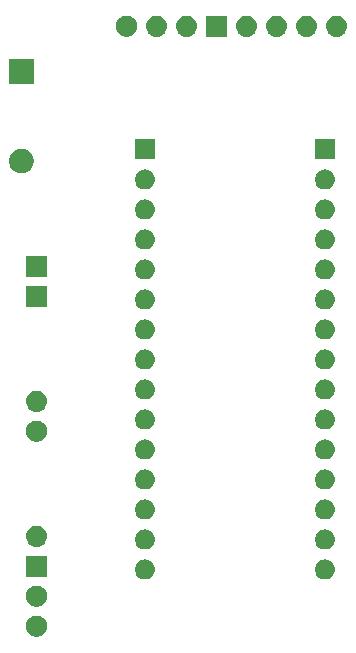
<source format=gbr>
G04 #@! TF.GenerationSoftware,KiCad,Pcbnew,(5.1.4)-1*
G04 #@! TF.CreationDate,2020-10-06T21:16:52-04:00*
G04 #@! TF.ProjectId,LapTimerBoard,4c617054-696d-4657-9242-6f6172642e6b,rev?*
G04 #@! TF.SameCoordinates,Original*
G04 #@! TF.FileFunction,Soldermask,Bot*
G04 #@! TF.FilePolarity,Negative*
%FSLAX46Y46*%
G04 Gerber Fmt 4.6, Leading zero omitted, Abs format (unit mm)*
G04 Created by KiCad (PCBNEW (5.1.4)-1) date 2020-10-06 21:16:52*
%MOMM*%
%LPD*%
G04 APERTURE LIST*
%ADD10C,0.100000*%
G04 APERTURE END LIST*
D10*
G36*
X110603512Y-137533927D02*
G01*
X110752812Y-137563624D01*
X110916784Y-137631544D01*
X111064354Y-137730147D01*
X111189853Y-137855646D01*
X111288456Y-138003216D01*
X111356376Y-138167188D01*
X111391000Y-138341259D01*
X111391000Y-138518741D01*
X111356376Y-138692812D01*
X111288456Y-138856784D01*
X111189853Y-139004354D01*
X111064354Y-139129853D01*
X110916784Y-139228456D01*
X110752812Y-139296376D01*
X110603512Y-139326073D01*
X110578742Y-139331000D01*
X110401258Y-139331000D01*
X110376488Y-139326073D01*
X110227188Y-139296376D01*
X110063216Y-139228456D01*
X109915646Y-139129853D01*
X109790147Y-139004354D01*
X109691544Y-138856784D01*
X109623624Y-138692812D01*
X109589000Y-138518741D01*
X109589000Y-138341259D01*
X109623624Y-138167188D01*
X109691544Y-138003216D01*
X109790147Y-137855646D01*
X109915646Y-137730147D01*
X110063216Y-137631544D01*
X110227188Y-137563624D01*
X110376488Y-137533927D01*
X110401258Y-137529000D01*
X110578742Y-137529000D01*
X110603512Y-137533927D01*
X110603512Y-137533927D01*
G37*
G36*
X110603512Y-134993927D02*
G01*
X110752812Y-135023624D01*
X110916784Y-135091544D01*
X111064354Y-135190147D01*
X111189853Y-135315646D01*
X111288456Y-135463216D01*
X111356376Y-135627188D01*
X111391000Y-135801259D01*
X111391000Y-135978741D01*
X111356376Y-136152812D01*
X111288456Y-136316784D01*
X111189853Y-136464354D01*
X111064354Y-136589853D01*
X110916784Y-136688456D01*
X110752812Y-136756376D01*
X110603512Y-136786073D01*
X110578742Y-136791000D01*
X110401258Y-136791000D01*
X110376488Y-136786073D01*
X110227188Y-136756376D01*
X110063216Y-136688456D01*
X109915646Y-136589853D01*
X109790147Y-136464354D01*
X109691544Y-136316784D01*
X109623624Y-136152812D01*
X109589000Y-135978741D01*
X109589000Y-135801259D01*
X109623624Y-135627188D01*
X109691544Y-135463216D01*
X109790147Y-135315646D01*
X109915646Y-135190147D01*
X110063216Y-135091544D01*
X110227188Y-135023624D01*
X110376488Y-134993927D01*
X110401258Y-134989000D01*
X110578742Y-134989000D01*
X110603512Y-134993927D01*
X110603512Y-134993927D01*
G37*
G36*
X135071824Y-132786314D02*
G01*
X135232243Y-132834977D01*
X135364907Y-132905887D01*
X135380079Y-132913997D01*
X135509660Y-133020342D01*
X135616005Y-133149923D01*
X135616006Y-133149925D01*
X135695025Y-133297759D01*
X135743688Y-133458178D01*
X135760118Y-133625001D01*
X135743688Y-133791824D01*
X135695025Y-133952243D01*
X135624115Y-134084907D01*
X135616005Y-134100079D01*
X135509660Y-134229660D01*
X135380079Y-134336005D01*
X135380077Y-134336006D01*
X135232243Y-134415025D01*
X135071824Y-134463688D01*
X134946805Y-134476001D01*
X134863197Y-134476001D01*
X134738178Y-134463688D01*
X134577759Y-134415025D01*
X134429925Y-134336006D01*
X134429923Y-134336005D01*
X134300342Y-134229660D01*
X134193997Y-134100079D01*
X134185887Y-134084907D01*
X134114977Y-133952243D01*
X134066314Y-133791824D01*
X134049884Y-133625001D01*
X134066314Y-133458178D01*
X134114977Y-133297759D01*
X134193996Y-133149925D01*
X134193997Y-133149923D01*
X134300342Y-133020342D01*
X134429923Y-132913997D01*
X134445095Y-132905887D01*
X134577759Y-132834977D01*
X134738178Y-132786314D01*
X134863197Y-132774001D01*
X134946805Y-132774001D01*
X135071824Y-132786314D01*
X135071824Y-132786314D01*
G37*
G36*
X119831824Y-132786314D02*
G01*
X119992243Y-132834977D01*
X120124907Y-132905887D01*
X120140079Y-132913997D01*
X120269660Y-133020342D01*
X120376005Y-133149923D01*
X120376006Y-133149925D01*
X120455025Y-133297759D01*
X120503688Y-133458178D01*
X120520118Y-133625001D01*
X120503688Y-133791824D01*
X120455025Y-133952243D01*
X120384115Y-134084907D01*
X120376005Y-134100079D01*
X120269660Y-134229660D01*
X120140079Y-134336005D01*
X120140077Y-134336006D01*
X119992243Y-134415025D01*
X119831824Y-134463688D01*
X119706805Y-134476001D01*
X119623197Y-134476001D01*
X119498178Y-134463688D01*
X119337759Y-134415025D01*
X119189925Y-134336006D01*
X119189923Y-134336005D01*
X119060342Y-134229660D01*
X118953997Y-134100079D01*
X118945887Y-134084907D01*
X118874977Y-133952243D01*
X118826314Y-133791824D01*
X118809884Y-133625001D01*
X118826314Y-133458178D01*
X118874977Y-133297759D01*
X118953996Y-133149925D01*
X118953997Y-133149923D01*
X119060342Y-133020342D01*
X119189923Y-132913997D01*
X119205095Y-132905887D01*
X119337759Y-132834977D01*
X119498178Y-132786314D01*
X119623197Y-132774001D01*
X119706805Y-132774001D01*
X119831824Y-132786314D01*
X119831824Y-132786314D01*
G37*
G36*
X111391000Y-134251000D02*
G01*
X109589000Y-134251000D01*
X109589000Y-132449000D01*
X111391000Y-132449000D01*
X111391000Y-134251000D01*
X111391000Y-134251000D01*
G37*
G36*
X135071824Y-130246314D02*
G01*
X135232243Y-130294977D01*
X135364907Y-130365887D01*
X135380079Y-130373997D01*
X135509660Y-130480342D01*
X135616005Y-130609923D01*
X135616006Y-130609925D01*
X135695025Y-130757759D01*
X135743688Y-130918178D01*
X135760118Y-131085001D01*
X135743688Y-131251824D01*
X135695025Y-131412243D01*
X135674744Y-131450186D01*
X135616005Y-131560079D01*
X135509660Y-131689660D01*
X135380079Y-131796005D01*
X135380077Y-131796006D01*
X135232243Y-131875025D01*
X135071824Y-131923688D01*
X134946805Y-131936001D01*
X134863197Y-131936001D01*
X134738178Y-131923688D01*
X134577759Y-131875025D01*
X134429925Y-131796006D01*
X134429923Y-131796005D01*
X134300342Y-131689660D01*
X134193997Y-131560079D01*
X134135258Y-131450186D01*
X134114977Y-131412243D01*
X134066314Y-131251824D01*
X134049884Y-131085001D01*
X134066314Y-130918178D01*
X134114977Y-130757759D01*
X134193996Y-130609925D01*
X134193997Y-130609923D01*
X134300342Y-130480342D01*
X134429923Y-130373997D01*
X134445095Y-130365887D01*
X134577759Y-130294977D01*
X134738178Y-130246314D01*
X134863197Y-130234001D01*
X134946805Y-130234001D01*
X135071824Y-130246314D01*
X135071824Y-130246314D01*
G37*
G36*
X119831824Y-130246314D02*
G01*
X119992243Y-130294977D01*
X120124907Y-130365887D01*
X120140079Y-130373997D01*
X120269660Y-130480342D01*
X120376005Y-130609923D01*
X120376006Y-130609925D01*
X120455025Y-130757759D01*
X120503688Y-130918178D01*
X120520118Y-131085001D01*
X120503688Y-131251824D01*
X120455025Y-131412243D01*
X120434744Y-131450186D01*
X120376005Y-131560079D01*
X120269660Y-131689660D01*
X120140079Y-131796005D01*
X120140077Y-131796006D01*
X119992243Y-131875025D01*
X119831824Y-131923688D01*
X119706805Y-131936001D01*
X119623197Y-131936001D01*
X119498178Y-131923688D01*
X119337759Y-131875025D01*
X119189925Y-131796006D01*
X119189923Y-131796005D01*
X119060342Y-131689660D01*
X118953997Y-131560079D01*
X118895258Y-131450186D01*
X118874977Y-131412243D01*
X118826314Y-131251824D01*
X118809884Y-131085001D01*
X118826314Y-130918178D01*
X118874977Y-130757759D01*
X118953996Y-130609925D01*
X118953997Y-130609923D01*
X119060342Y-130480342D01*
X119189923Y-130373997D01*
X119205095Y-130365887D01*
X119337759Y-130294977D01*
X119498178Y-130246314D01*
X119623197Y-130234001D01*
X119706805Y-130234001D01*
X119831824Y-130246314D01*
X119831824Y-130246314D01*
G37*
G36*
X110600442Y-129915518D02*
G01*
X110666627Y-129922037D01*
X110836466Y-129973557D01*
X110992991Y-130057222D01*
X111028729Y-130086552D01*
X111130186Y-130169814D01*
X111213448Y-130271271D01*
X111242778Y-130307009D01*
X111326443Y-130463534D01*
X111377963Y-130633373D01*
X111395359Y-130810000D01*
X111377963Y-130986627D01*
X111326443Y-131156466D01*
X111242778Y-131312991D01*
X111213448Y-131348729D01*
X111130186Y-131450186D01*
X111028729Y-131533448D01*
X110992991Y-131562778D01*
X110836466Y-131646443D01*
X110666627Y-131697963D01*
X110600443Y-131704481D01*
X110534260Y-131711000D01*
X110445740Y-131711000D01*
X110379557Y-131704481D01*
X110313373Y-131697963D01*
X110143534Y-131646443D01*
X109987009Y-131562778D01*
X109951271Y-131533448D01*
X109849814Y-131450186D01*
X109766552Y-131348729D01*
X109737222Y-131312991D01*
X109653557Y-131156466D01*
X109602037Y-130986627D01*
X109584641Y-130810000D01*
X109602037Y-130633373D01*
X109653557Y-130463534D01*
X109737222Y-130307009D01*
X109766552Y-130271271D01*
X109849814Y-130169814D01*
X109951271Y-130086552D01*
X109987009Y-130057222D01*
X110143534Y-129973557D01*
X110313373Y-129922037D01*
X110379558Y-129915518D01*
X110445740Y-129909000D01*
X110534260Y-129909000D01*
X110600442Y-129915518D01*
X110600442Y-129915518D01*
G37*
G36*
X119831824Y-127706314D02*
G01*
X119992243Y-127754977D01*
X120124907Y-127825887D01*
X120140079Y-127833997D01*
X120269660Y-127940342D01*
X120376005Y-128069923D01*
X120376006Y-128069925D01*
X120455025Y-128217759D01*
X120503688Y-128378178D01*
X120520118Y-128545001D01*
X120503688Y-128711824D01*
X120455025Y-128872243D01*
X120384115Y-129004907D01*
X120376005Y-129020079D01*
X120269660Y-129149660D01*
X120140079Y-129256005D01*
X120140077Y-129256006D01*
X119992243Y-129335025D01*
X119831824Y-129383688D01*
X119706805Y-129396001D01*
X119623197Y-129396001D01*
X119498178Y-129383688D01*
X119337759Y-129335025D01*
X119189925Y-129256006D01*
X119189923Y-129256005D01*
X119060342Y-129149660D01*
X118953997Y-129020079D01*
X118945887Y-129004907D01*
X118874977Y-128872243D01*
X118826314Y-128711824D01*
X118809884Y-128545001D01*
X118826314Y-128378178D01*
X118874977Y-128217759D01*
X118953996Y-128069925D01*
X118953997Y-128069923D01*
X119060342Y-127940342D01*
X119189923Y-127833997D01*
X119205095Y-127825887D01*
X119337759Y-127754977D01*
X119498178Y-127706314D01*
X119623197Y-127694001D01*
X119706805Y-127694001D01*
X119831824Y-127706314D01*
X119831824Y-127706314D01*
G37*
G36*
X135071824Y-127706314D02*
G01*
X135232243Y-127754977D01*
X135364907Y-127825887D01*
X135380079Y-127833997D01*
X135509660Y-127940342D01*
X135616005Y-128069923D01*
X135616006Y-128069925D01*
X135695025Y-128217759D01*
X135743688Y-128378178D01*
X135760118Y-128545001D01*
X135743688Y-128711824D01*
X135695025Y-128872243D01*
X135624115Y-129004907D01*
X135616005Y-129020079D01*
X135509660Y-129149660D01*
X135380079Y-129256005D01*
X135380077Y-129256006D01*
X135232243Y-129335025D01*
X135071824Y-129383688D01*
X134946805Y-129396001D01*
X134863197Y-129396001D01*
X134738178Y-129383688D01*
X134577759Y-129335025D01*
X134429925Y-129256006D01*
X134429923Y-129256005D01*
X134300342Y-129149660D01*
X134193997Y-129020079D01*
X134185887Y-129004907D01*
X134114977Y-128872243D01*
X134066314Y-128711824D01*
X134049884Y-128545001D01*
X134066314Y-128378178D01*
X134114977Y-128217759D01*
X134193996Y-128069925D01*
X134193997Y-128069923D01*
X134300342Y-127940342D01*
X134429923Y-127833997D01*
X134445095Y-127825887D01*
X134577759Y-127754977D01*
X134738178Y-127706314D01*
X134863197Y-127694001D01*
X134946805Y-127694001D01*
X135071824Y-127706314D01*
X135071824Y-127706314D01*
G37*
G36*
X119831824Y-125166314D02*
G01*
X119992243Y-125214977D01*
X120124907Y-125285887D01*
X120140079Y-125293997D01*
X120269660Y-125400342D01*
X120376005Y-125529923D01*
X120376006Y-125529925D01*
X120455025Y-125677759D01*
X120503688Y-125838178D01*
X120520118Y-126005001D01*
X120503688Y-126171824D01*
X120455025Y-126332243D01*
X120384115Y-126464907D01*
X120376005Y-126480079D01*
X120269660Y-126609660D01*
X120140079Y-126716005D01*
X120140077Y-126716006D01*
X119992243Y-126795025D01*
X119831824Y-126843688D01*
X119706805Y-126856001D01*
X119623197Y-126856001D01*
X119498178Y-126843688D01*
X119337759Y-126795025D01*
X119189925Y-126716006D01*
X119189923Y-126716005D01*
X119060342Y-126609660D01*
X118953997Y-126480079D01*
X118945887Y-126464907D01*
X118874977Y-126332243D01*
X118826314Y-126171824D01*
X118809884Y-126005001D01*
X118826314Y-125838178D01*
X118874977Y-125677759D01*
X118953996Y-125529925D01*
X118953997Y-125529923D01*
X119060342Y-125400342D01*
X119189923Y-125293997D01*
X119205095Y-125285887D01*
X119337759Y-125214977D01*
X119498178Y-125166314D01*
X119623197Y-125154001D01*
X119706805Y-125154001D01*
X119831824Y-125166314D01*
X119831824Y-125166314D01*
G37*
G36*
X135071824Y-125166314D02*
G01*
X135232243Y-125214977D01*
X135364907Y-125285887D01*
X135380079Y-125293997D01*
X135509660Y-125400342D01*
X135616005Y-125529923D01*
X135616006Y-125529925D01*
X135695025Y-125677759D01*
X135743688Y-125838178D01*
X135760118Y-126005001D01*
X135743688Y-126171824D01*
X135695025Y-126332243D01*
X135624115Y-126464907D01*
X135616005Y-126480079D01*
X135509660Y-126609660D01*
X135380079Y-126716005D01*
X135380077Y-126716006D01*
X135232243Y-126795025D01*
X135071824Y-126843688D01*
X134946805Y-126856001D01*
X134863197Y-126856001D01*
X134738178Y-126843688D01*
X134577759Y-126795025D01*
X134429925Y-126716006D01*
X134429923Y-126716005D01*
X134300342Y-126609660D01*
X134193997Y-126480079D01*
X134185887Y-126464907D01*
X134114977Y-126332243D01*
X134066314Y-126171824D01*
X134049884Y-126005001D01*
X134066314Y-125838178D01*
X134114977Y-125677759D01*
X134193996Y-125529925D01*
X134193997Y-125529923D01*
X134300342Y-125400342D01*
X134429923Y-125293997D01*
X134445095Y-125285887D01*
X134577759Y-125214977D01*
X134738178Y-125166314D01*
X134863197Y-125154001D01*
X134946805Y-125154001D01*
X135071824Y-125166314D01*
X135071824Y-125166314D01*
G37*
G36*
X135071824Y-122626314D02*
G01*
X135232243Y-122674977D01*
X135313586Y-122718456D01*
X135380079Y-122753997D01*
X135509660Y-122860342D01*
X135616005Y-122989923D01*
X135616006Y-122989925D01*
X135695025Y-123137759D01*
X135743688Y-123298178D01*
X135760118Y-123465001D01*
X135743688Y-123631824D01*
X135695025Y-123792243D01*
X135624115Y-123924907D01*
X135616005Y-123940079D01*
X135509660Y-124069660D01*
X135380079Y-124176005D01*
X135380077Y-124176006D01*
X135232243Y-124255025D01*
X135071824Y-124303688D01*
X134946805Y-124316001D01*
X134863197Y-124316001D01*
X134738178Y-124303688D01*
X134577759Y-124255025D01*
X134429925Y-124176006D01*
X134429923Y-124176005D01*
X134300342Y-124069660D01*
X134193997Y-123940079D01*
X134185887Y-123924907D01*
X134114977Y-123792243D01*
X134066314Y-123631824D01*
X134049884Y-123465001D01*
X134066314Y-123298178D01*
X134114977Y-123137759D01*
X134193996Y-122989925D01*
X134193997Y-122989923D01*
X134300342Y-122860342D01*
X134429923Y-122753997D01*
X134496416Y-122718456D01*
X134577759Y-122674977D01*
X134738178Y-122626314D01*
X134863197Y-122614001D01*
X134946805Y-122614001D01*
X135071824Y-122626314D01*
X135071824Y-122626314D01*
G37*
G36*
X119831824Y-122626314D02*
G01*
X119992243Y-122674977D01*
X120073586Y-122718456D01*
X120140079Y-122753997D01*
X120269660Y-122860342D01*
X120376005Y-122989923D01*
X120376006Y-122989925D01*
X120455025Y-123137759D01*
X120503688Y-123298178D01*
X120520118Y-123465001D01*
X120503688Y-123631824D01*
X120455025Y-123792243D01*
X120384115Y-123924907D01*
X120376005Y-123940079D01*
X120269660Y-124069660D01*
X120140079Y-124176005D01*
X120140077Y-124176006D01*
X119992243Y-124255025D01*
X119831824Y-124303688D01*
X119706805Y-124316001D01*
X119623197Y-124316001D01*
X119498178Y-124303688D01*
X119337759Y-124255025D01*
X119189925Y-124176006D01*
X119189923Y-124176005D01*
X119060342Y-124069660D01*
X118953997Y-123940079D01*
X118945887Y-123924907D01*
X118874977Y-123792243D01*
X118826314Y-123631824D01*
X118809884Y-123465001D01*
X118826314Y-123298178D01*
X118874977Y-123137759D01*
X118953996Y-122989925D01*
X118953997Y-122989923D01*
X119060342Y-122860342D01*
X119189923Y-122753997D01*
X119256416Y-122718456D01*
X119337759Y-122674977D01*
X119498178Y-122626314D01*
X119623197Y-122614001D01*
X119706805Y-122614001D01*
X119831824Y-122626314D01*
X119831824Y-122626314D01*
G37*
G36*
X110603512Y-121023927D02*
G01*
X110752812Y-121053624D01*
X110916784Y-121121544D01*
X111064354Y-121220147D01*
X111189853Y-121345646D01*
X111288456Y-121493216D01*
X111356376Y-121657188D01*
X111391000Y-121831259D01*
X111391000Y-122008741D01*
X111356376Y-122182812D01*
X111288456Y-122346784D01*
X111189853Y-122494354D01*
X111064354Y-122619853D01*
X110916784Y-122718456D01*
X110752812Y-122786376D01*
X110603512Y-122816073D01*
X110578742Y-122821000D01*
X110401258Y-122821000D01*
X110376488Y-122816073D01*
X110227188Y-122786376D01*
X110063216Y-122718456D01*
X109915646Y-122619853D01*
X109790147Y-122494354D01*
X109691544Y-122346784D01*
X109623624Y-122182812D01*
X109589000Y-122008741D01*
X109589000Y-121831259D01*
X109623624Y-121657188D01*
X109691544Y-121493216D01*
X109790147Y-121345646D01*
X109915646Y-121220147D01*
X110063216Y-121121544D01*
X110227188Y-121053624D01*
X110376488Y-121023927D01*
X110401258Y-121019000D01*
X110578742Y-121019000D01*
X110603512Y-121023927D01*
X110603512Y-121023927D01*
G37*
G36*
X135071824Y-120086314D02*
G01*
X135232243Y-120134977D01*
X135364907Y-120205887D01*
X135380079Y-120213997D01*
X135509660Y-120320342D01*
X135616005Y-120449923D01*
X135616006Y-120449925D01*
X135695025Y-120597759D01*
X135743688Y-120758178D01*
X135760118Y-120925001D01*
X135743688Y-121091824D01*
X135695025Y-121252243D01*
X135645100Y-121345646D01*
X135616005Y-121400079D01*
X135509660Y-121529660D01*
X135380079Y-121636005D01*
X135380077Y-121636006D01*
X135232243Y-121715025D01*
X135071824Y-121763688D01*
X134946805Y-121776001D01*
X134863197Y-121776001D01*
X134738178Y-121763688D01*
X134577759Y-121715025D01*
X134429925Y-121636006D01*
X134429923Y-121636005D01*
X134300342Y-121529660D01*
X134193997Y-121400079D01*
X134164902Y-121345646D01*
X134114977Y-121252243D01*
X134066314Y-121091824D01*
X134049884Y-120925001D01*
X134066314Y-120758178D01*
X134114977Y-120597759D01*
X134193996Y-120449925D01*
X134193997Y-120449923D01*
X134300342Y-120320342D01*
X134429923Y-120213997D01*
X134445095Y-120205887D01*
X134577759Y-120134977D01*
X134738178Y-120086314D01*
X134863197Y-120074001D01*
X134946805Y-120074001D01*
X135071824Y-120086314D01*
X135071824Y-120086314D01*
G37*
G36*
X119831824Y-120086314D02*
G01*
X119992243Y-120134977D01*
X120124907Y-120205887D01*
X120140079Y-120213997D01*
X120269660Y-120320342D01*
X120376005Y-120449923D01*
X120376006Y-120449925D01*
X120455025Y-120597759D01*
X120503688Y-120758178D01*
X120520118Y-120925001D01*
X120503688Y-121091824D01*
X120455025Y-121252243D01*
X120405100Y-121345646D01*
X120376005Y-121400079D01*
X120269660Y-121529660D01*
X120140079Y-121636005D01*
X120140077Y-121636006D01*
X119992243Y-121715025D01*
X119831824Y-121763688D01*
X119706805Y-121776001D01*
X119623197Y-121776001D01*
X119498178Y-121763688D01*
X119337759Y-121715025D01*
X119189925Y-121636006D01*
X119189923Y-121636005D01*
X119060342Y-121529660D01*
X118953997Y-121400079D01*
X118924902Y-121345646D01*
X118874977Y-121252243D01*
X118826314Y-121091824D01*
X118809884Y-120925001D01*
X118826314Y-120758178D01*
X118874977Y-120597759D01*
X118953996Y-120449925D01*
X118953997Y-120449923D01*
X119060342Y-120320342D01*
X119189923Y-120213997D01*
X119205095Y-120205887D01*
X119337759Y-120134977D01*
X119498178Y-120086314D01*
X119623197Y-120074001D01*
X119706805Y-120074001D01*
X119831824Y-120086314D01*
X119831824Y-120086314D01*
G37*
G36*
X110600442Y-118485518D02*
G01*
X110666627Y-118492037D01*
X110836466Y-118543557D01*
X110992991Y-118627222D01*
X111028729Y-118656552D01*
X111130186Y-118739814D01*
X111213448Y-118841271D01*
X111242778Y-118877009D01*
X111326443Y-119033534D01*
X111377963Y-119203373D01*
X111395359Y-119380000D01*
X111377963Y-119556627D01*
X111326443Y-119726466D01*
X111242778Y-119882991D01*
X111213448Y-119918729D01*
X111130186Y-120020186D01*
X111049606Y-120086315D01*
X110992991Y-120132778D01*
X110836466Y-120216443D01*
X110666627Y-120267963D01*
X110600442Y-120274482D01*
X110534260Y-120281000D01*
X110445740Y-120281000D01*
X110379558Y-120274482D01*
X110313373Y-120267963D01*
X110143534Y-120216443D01*
X109987009Y-120132778D01*
X109930394Y-120086315D01*
X109849814Y-120020186D01*
X109766552Y-119918729D01*
X109737222Y-119882991D01*
X109653557Y-119726466D01*
X109602037Y-119556627D01*
X109584641Y-119380000D01*
X109602037Y-119203373D01*
X109653557Y-119033534D01*
X109737222Y-118877009D01*
X109766552Y-118841271D01*
X109849814Y-118739814D01*
X109951271Y-118656552D01*
X109987009Y-118627222D01*
X110143534Y-118543557D01*
X110313373Y-118492037D01*
X110379558Y-118485518D01*
X110445740Y-118479000D01*
X110534260Y-118479000D01*
X110600442Y-118485518D01*
X110600442Y-118485518D01*
G37*
G36*
X135071824Y-117546314D02*
G01*
X135232243Y-117594977D01*
X135364907Y-117665887D01*
X135380079Y-117673997D01*
X135509660Y-117780342D01*
X135616005Y-117909923D01*
X135616006Y-117909925D01*
X135695025Y-118057759D01*
X135743688Y-118218178D01*
X135760118Y-118385001D01*
X135743688Y-118551824D01*
X135695025Y-118712243D01*
X135680288Y-118739814D01*
X135616005Y-118860079D01*
X135509660Y-118989660D01*
X135380079Y-119096005D01*
X135380077Y-119096006D01*
X135232243Y-119175025D01*
X135071824Y-119223688D01*
X134946805Y-119236001D01*
X134863197Y-119236001D01*
X134738178Y-119223688D01*
X134577759Y-119175025D01*
X134429925Y-119096006D01*
X134429923Y-119096005D01*
X134300342Y-118989660D01*
X134193997Y-118860079D01*
X134129714Y-118739814D01*
X134114977Y-118712243D01*
X134066314Y-118551824D01*
X134049884Y-118385001D01*
X134066314Y-118218178D01*
X134114977Y-118057759D01*
X134193996Y-117909925D01*
X134193997Y-117909923D01*
X134300342Y-117780342D01*
X134429923Y-117673997D01*
X134445095Y-117665887D01*
X134577759Y-117594977D01*
X134738178Y-117546314D01*
X134863197Y-117534001D01*
X134946805Y-117534001D01*
X135071824Y-117546314D01*
X135071824Y-117546314D01*
G37*
G36*
X119831824Y-117546314D02*
G01*
X119992243Y-117594977D01*
X120124907Y-117665887D01*
X120140079Y-117673997D01*
X120269660Y-117780342D01*
X120376005Y-117909923D01*
X120376006Y-117909925D01*
X120455025Y-118057759D01*
X120503688Y-118218178D01*
X120520118Y-118385001D01*
X120503688Y-118551824D01*
X120455025Y-118712243D01*
X120440288Y-118739814D01*
X120376005Y-118860079D01*
X120269660Y-118989660D01*
X120140079Y-119096005D01*
X120140077Y-119096006D01*
X119992243Y-119175025D01*
X119831824Y-119223688D01*
X119706805Y-119236001D01*
X119623197Y-119236001D01*
X119498178Y-119223688D01*
X119337759Y-119175025D01*
X119189925Y-119096006D01*
X119189923Y-119096005D01*
X119060342Y-118989660D01*
X118953997Y-118860079D01*
X118889714Y-118739814D01*
X118874977Y-118712243D01*
X118826314Y-118551824D01*
X118809884Y-118385001D01*
X118826314Y-118218178D01*
X118874977Y-118057759D01*
X118953996Y-117909925D01*
X118953997Y-117909923D01*
X119060342Y-117780342D01*
X119189923Y-117673997D01*
X119205095Y-117665887D01*
X119337759Y-117594977D01*
X119498178Y-117546314D01*
X119623197Y-117534001D01*
X119706805Y-117534001D01*
X119831824Y-117546314D01*
X119831824Y-117546314D01*
G37*
G36*
X119831824Y-115006314D02*
G01*
X119992243Y-115054977D01*
X120124907Y-115125887D01*
X120140079Y-115133997D01*
X120269660Y-115240342D01*
X120376005Y-115369923D01*
X120376006Y-115369925D01*
X120455025Y-115517759D01*
X120503688Y-115678178D01*
X120520118Y-115845001D01*
X120503688Y-116011824D01*
X120455025Y-116172243D01*
X120384115Y-116304907D01*
X120376005Y-116320079D01*
X120269660Y-116449660D01*
X120140079Y-116556005D01*
X120140077Y-116556006D01*
X119992243Y-116635025D01*
X119831824Y-116683688D01*
X119706805Y-116696001D01*
X119623197Y-116696001D01*
X119498178Y-116683688D01*
X119337759Y-116635025D01*
X119189925Y-116556006D01*
X119189923Y-116556005D01*
X119060342Y-116449660D01*
X118953997Y-116320079D01*
X118945887Y-116304907D01*
X118874977Y-116172243D01*
X118826314Y-116011824D01*
X118809884Y-115845001D01*
X118826314Y-115678178D01*
X118874977Y-115517759D01*
X118953996Y-115369925D01*
X118953997Y-115369923D01*
X119060342Y-115240342D01*
X119189923Y-115133997D01*
X119205095Y-115125887D01*
X119337759Y-115054977D01*
X119498178Y-115006314D01*
X119623197Y-114994001D01*
X119706805Y-114994001D01*
X119831824Y-115006314D01*
X119831824Y-115006314D01*
G37*
G36*
X135071824Y-115006314D02*
G01*
X135232243Y-115054977D01*
X135364907Y-115125887D01*
X135380079Y-115133997D01*
X135509660Y-115240342D01*
X135616005Y-115369923D01*
X135616006Y-115369925D01*
X135695025Y-115517759D01*
X135743688Y-115678178D01*
X135760118Y-115845001D01*
X135743688Y-116011824D01*
X135695025Y-116172243D01*
X135624115Y-116304907D01*
X135616005Y-116320079D01*
X135509660Y-116449660D01*
X135380079Y-116556005D01*
X135380077Y-116556006D01*
X135232243Y-116635025D01*
X135071824Y-116683688D01*
X134946805Y-116696001D01*
X134863197Y-116696001D01*
X134738178Y-116683688D01*
X134577759Y-116635025D01*
X134429925Y-116556006D01*
X134429923Y-116556005D01*
X134300342Y-116449660D01*
X134193997Y-116320079D01*
X134185887Y-116304907D01*
X134114977Y-116172243D01*
X134066314Y-116011824D01*
X134049884Y-115845001D01*
X134066314Y-115678178D01*
X134114977Y-115517759D01*
X134193996Y-115369925D01*
X134193997Y-115369923D01*
X134300342Y-115240342D01*
X134429923Y-115133997D01*
X134445095Y-115125887D01*
X134577759Y-115054977D01*
X134738178Y-115006314D01*
X134863197Y-114994001D01*
X134946805Y-114994001D01*
X135071824Y-115006314D01*
X135071824Y-115006314D01*
G37*
G36*
X135071824Y-112466314D02*
G01*
X135232243Y-112514977D01*
X135364907Y-112585887D01*
X135380079Y-112593997D01*
X135509660Y-112700342D01*
X135616005Y-112829923D01*
X135616006Y-112829925D01*
X135695025Y-112977759D01*
X135743688Y-113138178D01*
X135760118Y-113305001D01*
X135743688Y-113471824D01*
X135695025Y-113632243D01*
X135624115Y-113764907D01*
X135616005Y-113780079D01*
X135509660Y-113909660D01*
X135380079Y-114016005D01*
X135380077Y-114016006D01*
X135232243Y-114095025D01*
X135071824Y-114143688D01*
X134946805Y-114156001D01*
X134863197Y-114156001D01*
X134738178Y-114143688D01*
X134577759Y-114095025D01*
X134429925Y-114016006D01*
X134429923Y-114016005D01*
X134300342Y-113909660D01*
X134193997Y-113780079D01*
X134185887Y-113764907D01*
X134114977Y-113632243D01*
X134066314Y-113471824D01*
X134049884Y-113305001D01*
X134066314Y-113138178D01*
X134114977Y-112977759D01*
X134193996Y-112829925D01*
X134193997Y-112829923D01*
X134300342Y-112700342D01*
X134429923Y-112593997D01*
X134445095Y-112585887D01*
X134577759Y-112514977D01*
X134738178Y-112466314D01*
X134863197Y-112454001D01*
X134946805Y-112454001D01*
X135071824Y-112466314D01*
X135071824Y-112466314D01*
G37*
G36*
X119831824Y-112466314D02*
G01*
X119992243Y-112514977D01*
X120124907Y-112585887D01*
X120140079Y-112593997D01*
X120269660Y-112700342D01*
X120376005Y-112829923D01*
X120376006Y-112829925D01*
X120455025Y-112977759D01*
X120503688Y-113138178D01*
X120520118Y-113305001D01*
X120503688Y-113471824D01*
X120455025Y-113632243D01*
X120384115Y-113764907D01*
X120376005Y-113780079D01*
X120269660Y-113909660D01*
X120140079Y-114016005D01*
X120140077Y-114016006D01*
X119992243Y-114095025D01*
X119831824Y-114143688D01*
X119706805Y-114156001D01*
X119623197Y-114156001D01*
X119498178Y-114143688D01*
X119337759Y-114095025D01*
X119189925Y-114016006D01*
X119189923Y-114016005D01*
X119060342Y-113909660D01*
X118953997Y-113780079D01*
X118945887Y-113764907D01*
X118874977Y-113632243D01*
X118826314Y-113471824D01*
X118809884Y-113305001D01*
X118826314Y-113138178D01*
X118874977Y-112977759D01*
X118953996Y-112829925D01*
X118953997Y-112829923D01*
X119060342Y-112700342D01*
X119189923Y-112593997D01*
X119205095Y-112585887D01*
X119337759Y-112514977D01*
X119498178Y-112466314D01*
X119623197Y-112454001D01*
X119706805Y-112454001D01*
X119831824Y-112466314D01*
X119831824Y-112466314D01*
G37*
G36*
X119831824Y-109926314D02*
G01*
X119992243Y-109974977D01*
X120124907Y-110045887D01*
X120140079Y-110053997D01*
X120269660Y-110160342D01*
X120376005Y-110289923D01*
X120376006Y-110289925D01*
X120455025Y-110437759D01*
X120503688Y-110598178D01*
X120520118Y-110765001D01*
X120503688Y-110931824D01*
X120455025Y-111092243D01*
X120384115Y-111224907D01*
X120376005Y-111240079D01*
X120269660Y-111369660D01*
X120140079Y-111476005D01*
X120140077Y-111476006D01*
X119992243Y-111555025D01*
X119831824Y-111603688D01*
X119706805Y-111616001D01*
X119623197Y-111616001D01*
X119498178Y-111603688D01*
X119337759Y-111555025D01*
X119189925Y-111476006D01*
X119189923Y-111476005D01*
X119060342Y-111369660D01*
X118953997Y-111240079D01*
X118945887Y-111224907D01*
X118874977Y-111092243D01*
X118826314Y-110931824D01*
X118809884Y-110765001D01*
X118826314Y-110598178D01*
X118874977Y-110437759D01*
X118953996Y-110289925D01*
X118953997Y-110289923D01*
X119060342Y-110160342D01*
X119189923Y-110053997D01*
X119205095Y-110045887D01*
X119337759Y-109974977D01*
X119498178Y-109926314D01*
X119623197Y-109914001D01*
X119706805Y-109914001D01*
X119831824Y-109926314D01*
X119831824Y-109926314D01*
G37*
G36*
X135071824Y-109926314D02*
G01*
X135232243Y-109974977D01*
X135364907Y-110045887D01*
X135380079Y-110053997D01*
X135509660Y-110160342D01*
X135616005Y-110289923D01*
X135616006Y-110289925D01*
X135695025Y-110437759D01*
X135743688Y-110598178D01*
X135760118Y-110765001D01*
X135743688Y-110931824D01*
X135695025Y-111092243D01*
X135624115Y-111224907D01*
X135616005Y-111240079D01*
X135509660Y-111369660D01*
X135380079Y-111476005D01*
X135380077Y-111476006D01*
X135232243Y-111555025D01*
X135071824Y-111603688D01*
X134946805Y-111616001D01*
X134863197Y-111616001D01*
X134738178Y-111603688D01*
X134577759Y-111555025D01*
X134429925Y-111476006D01*
X134429923Y-111476005D01*
X134300342Y-111369660D01*
X134193997Y-111240079D01*
X134185887Y-111224907D01*
X134114977Y-111092243D01*
X134066314Y-110931824D01*
X134049884Y-110765001D01*
X134066314Y-110598178D01*
X134114977Y-110437759D01*
X134193996Y-110289925D01*
X134193997Y-110289923D01*
X134300342Y-110160342D01*
X134429923Y-110053997D01*
X134445095Y-110045887D01*
X134577759Y-109974977D01*
X134738178Y-109926314D01*
X134863197Y-109914001D01*
X134946805Y-109914001D01*
X135071824Y-109926314D01*
X135071824Y-109926314D01*
G37*
G36*
X111391000Y-111391000D02*
G01*
X109589000Y-111391000D01*
X109589000Y-109589000D01*
X111391000Y-109589000D01*
X111391000Y-111391000D01*
X111391000Y-111391000D01*
G37*
G36*
X119831824Y-107386314D02*
G01*
X119992243Y-107434977D01*
X120124907Y-107505887D01*
X120140079Y-107513997D01*
X120269660Y-107620342D01*
X120376005Y-107749923D01*
X120376006Y-107749925D01*
X120455025Y-107897759D01*
X120503688Y-108058178D01*
X120520118Y-108225001D01*
X120503688Y-108391824D01*
X120455025Y-108552243D01*
X120384115Y-108684907D01*
X120376005Y-108700079D01*
X120269660Y-108829660D01*
X120140079Y-108936005D01*
X120140077Y-108936006D01*
X119992243Y-109015025D01*
X119831824Y-109063688D01*
X119706805Y-109076001D01*
X119623197Y-109076001D01*
X119498178Y-109063688D01*
X119337759Y-109015025D01*
X119189925Y-108936006D01*
X119189923Y-108936005D01*
X119060342Y-108829660D01*
X118953997Y-108700079D01*
X118945887Y-108684907D01*
X118874977Y-108552243D01*
X118826314Y-108391824D01*
X118809884Y-108225001D01*
X118826314Y-108058178D01*
X118874977Y-107897759D01*
X118953996Y-107749925D01*
X118953997Y-107749923D01*
X119060342Y-107620342D01*
X119189923Y-107513997D01*
X119205095Y-107505887D01*
X119337759Y-107434977D01*
X119498178Y-107386314D01*
X119623197Y-107374001D01*
X119706805Y-107374001D01*
X119831824Y-107386314D01*
X119831824Y-107386314D01*
G37*
G36*
X135071824Y-107386314D02*
G01*
X135232243Y-107434977D01*
X135364907Y-107505887D01*
X135380079Y-107513997D01*
X135509660Y-107620342D01*
X135616005Y-107749923D01*
X135616006Y-107749925D01*
X135695025Y-107897759D01*
X135743688Y-108058178D01*
X135760118Y-108225001D01*
X135743688Y-108391824D01*
X135695025Y-108552243D01*
X135624115Y-108684907D01*
X135616005Y-108700079D01*
X135509660Y-108829660D01*
X135380079Y-108936005D01*
X135380077Y-108936006D01*
X135232243Y-109015025D01*
X135071824Y-109063688D01*
X134946805Y-109076001D01*
X134863197Y-109076001D01*
X134738178Y-109063688D01*
X134577759Y-109015025D01*
X134429925Y-108936006D01*
X134429923Y-108936005D01*
X134300342Y-108829660D01*
X134193997Y-108700079D01*
X134185887Y-108684907D01*
X134114977Y-108552243D01*
X134066314Y-108391824D01*
X134049884Y-108225001D01*
X134066314Y-108058178D01*
X134114977Y-107897759D01*
X134193996Y-107749925D01*
X134193997Y-107749923D01*
X134300342Y-107620342D01*
X134429923Y-107513997D01*
X134445095Y-107505887D01*
X134577759Y-107434977D01*
X134738178Y-107386314D01*
X134863197Y-107374001D01*
X134946805Y-107374001D01*
X135071824Y-107386314D01*
X135071824Y-107386314D01*
G37*
G36*
X111391000Y-108851000D02*
G01*
X109589000Y-108851000D01*
X109589000Y-107049000D01*
X111391000Y-107049000D01*
X111391000Y-108851000D01*
X111391000Y-108851000D01*
G37*
G36*
X135071824Y-104846314D02*
G01*
X135232243Y-104894977D01*
X135364907Y-104965887D01*
X135380079Y-104973997D01*
X135509660Y-105080342D01*
X135616005Y-105209923D01*
X135616006Y-105209925D01*
X135695025Y-105357759D01*
X135743688Y-105518178D01*
X135760118Y-105685001D01*
X135743688Y-105851824D01*
X135695025Y-106012243D01*
X135624115Y-106144907D01*
X135616005Y-106160079D01*
X135509660Y-106289660D01*
X135380079Y-106396005D01*
X135380077Y-106396006D01*
X135232243Y-106475025D01*
X135071824Y-106523688D01*
X134946805Y-106536001D01*
X134863197Y-106536001D01*
X134738178Y-106523688D01*
X134577759Y-106475025D01*
X134429925Y-106396006D01*
X134429923Y-106396005D01*
X134300342Y-106289660D01*
X134193997Y-106160079D01*
X134185887Y-106144907D01*
X134114977Y-106012243D01*
X134066314Y-105851824D01*
X134049884Y-105685001D01*
X134066314Y-105518178D01*
X134114977Y-105357759D01*
X134193996Y-105209925D01*
X134193997Y-105209923D01*
X134300342Y-105080342D01*
X134429923Y-104973997D01*
X134445095Y-104965887D01*
X134577759Y-104894977D01*
X134738178Y-104846314D01*
X134863197Y-104834001D01*
X134946805Y-104834001D01*
X135071824Y-104846314D01*
X135071824Y-104846314D01*
G37*
G36*
X119831824Y-104846314D02*
G01*
X119992243Y-104894977D01*
X120124907Y-104965887D01*
X120140079Y-104973997D01*
X120269660Y-105080342D01*
X120376005Y-105209923D01*
X120376006Y-105209925D01*
X120455025Y-105357759D01*
X120503688Y-105518178D01*
X120520118Y-105685001D01*
X120503688Y-105851824D01*
X120455025Y-106012243D01*
X120384115Y-106144907D01*
X120376005Y-106160079D01*
X120269660Y-106289660D01*
X120140079Y-106396005D01*
X120140077Y-106396006D01*
X119992243Y-106475025D01*
X119831824Y-106523688D01*
X119706805Y-106536001D01*
X119623197Y-106536001D01*
X119498178Y-106523688D01*
X119337759Y-106475025D01*
X119189925Y-106396006D01*
X119189923Y-106396005D01*
X119060342Y-106289660D01*
X118953997Y-106160079D01*
X118945887Y-106144907D01*
X118874977Y-106012243D01*
X118826314Y-105851824D01*
X118809884Y-105685001D01*
X118826314Y-105518178D01*
X118874977Y-105357759D01*
X118953996Y-105209925D01*
X118953997Y-105209923D01*
X119060342Y-105080342D01*
X119189923Y-104973997D01*
X119205095Y-104965887D01*
X119337759Y-104894977D01*
X119498178Y-104846314D01*
X119623197Y-104834001D01*
X119706805Y-104834001D01*
X119831824Y-104846314D01*
X119831824Y-104846314D01*
G37*
G36*
X135071824Y-102306314D02*
G01*
X135232243Y-102354977D01*
X135364907Y-102425887D01*
X135380079Y-102433997D01*
X135509660Y-102540342D01*
X135616005Y-102669923D01*
X135616006Y-102669925D01*
X135695025Y-102817759D01*
X135743688Y-102978178D01*
X135760118Y-103145001D01*
X135743688Y-103311824D01*
X135695025Y-103472243D01*
X135624115Y-103604907D01*
X135616005Y-103620079D01*
X135509660Y-103749660D01*
X135380079Y-103856005D01*
X135380077Y-103856006D01*
X135232243Y-103935025D01*
X135071824Y-103983688D01*
X134946805Y-103996001D01*
X134863197Y-103996001D01*
X134738178Y-103983688D01*
X134577759Y-103935025D01*
X134429925Y-103856006D01*
X134429923Y-103856005D01*
X134300342Y-103749660D01*
X134193997Y-103620079D01*
X134185887Y-103604907D01*
X134114977Y-103472243D01*
X134066314Y-103311824D01*
X134049884Y-103145001D01*
X134066314Y-102978178D01*
X134114977Y-102817759D01*
X134193996Y-102669925D01*
X134193997Y-102669923D01*
X134300342Y-102540342D01*
X134429923Y-102433997D01*
X134445095Y-102425887D01*
X134577759Y-102354977D01*
X134738178Y-102306314D01*
X134863197Y-102294001D01*
X134946805Y-102294001D01*
X135071824Y-102306314D01*
X135071824Y-102306314D01*
G37*
G36*
X119831824Y-102306314D02*
G01*
X119992243Y-102354977D01*
X120124907Y-102425887D01*
X120140079Y-102433997D01*
X120269660Y-102540342D01*
X120376005Y-102669923D01*
X120376006Y-102669925D01*
X120455025Y-102817759D01*
X120503688Y-102978178D01*
X120520118Y-103145001D01*
X120503688Y-103311824D01*
X120455025Y-103472243D01*
X120384115Y-103604907D01*
X120376005Y-103620079D01*
X120269660Y-103749660D01*
X120140079Y-103856005D01*
X120140077Y-103856006D01*
X119992243Y-103935025D01*
X119831824Y-103983688D01*
X119706805Y-103996001D01*
X119623197Y-103996001D01*
X119498178Y-103983688D01*
X119337759Y-103935025D01*
X119189925Y-103856006D01*
X119189923Y-103856005D01*
X119060342Y-103749660D01*
X118953997Y-103620079D01*
X118945887Y-103604907D01*
X118874977Y-103472243D01*
X118826314Y-103311824D01*
X118809884Y-103145001D01*
X118826314Y-102978178D01*
X118874977Y-102817759D01*
X118953996Y-102669925D01*
X118953997Y-102669923D01*
X119060342Y-102540342D01*
X119189923Y-102433997D01*
X119205095Y-102425887D01*
X119337759Y-102354977D01*
X119498178Y-102306314D01*
X119623197Y-102294001D01*
X119706805Y-102294001D01*
X119831824Y-102306314D01*
X119831824Y-102306314D01*
G37*
G36*
X119831824Y-99766314D02*
G01*
X119992243Y-99814977D01*
X120069674Y-99856365D01*
X120140079Y-99893997D01*
X120269660Y-100000342D01*
X120376005Y-100129923D01*
X120376006Y-100129925D01*
X120455025Y-100277759D01*
X120503688Y-100438178D01*
X120520118Y-100605001D01*
X120503688Y-100771824D01*
X120455025Y-100932243D01*
X120384115Y-101064907D01*
X120376005Y-101080079D01*
X120269660Y-101209660D01*
X120140079Y-101316005D01*
X120140077Y-101316006D01*
X119992243Y-101395025D01*
X119831824Y-101443688D01*
X119706805Y-101456001D01*
X119623197Y-101456001D01*
X119498178Y-101443688D01*
X119337759Y-101395025D01*
X119189925Y-101316006D01*
X119189923Y-101316005D01*
X119060342Y-101209660D01*
X118953997Y-101080079D01*
X118945887Y-101064907D01*
X118874977Y-100932243D01*
X118826314Y-100771824D01*
X118809884Y-100605001D01*
X118826314Y-100438178D01*
X118874977Y-100277759D01*
X118953996Y-100129925D01*
X118953997Y-100129923D01*
X119060342Y-100000342D01*
X119189923Y-99893997D01*
X119260328Y-99856365D01*
X119337759Y-99814977D01*
X119498178Y-99766314D01*
X119623197Y-99754001D01*
X119706805Y-99754001D01*
X119831824Y-99766314D01*
X119831824Y-99766314D01*
G37*
G36*
X135071824Y-99766314D02*
G01*
X135232243Y-99814977D01*
X135309674Y-99856365D01*
X135380079Y-99893997D01*
X135509660Y-100000342D01*
X135616005Y-100129923D01*
X135616006Y-100129925D01*
X135695025Y-100277759D01*
X135743688Y-100438178D01*
X135760118Y-100605001D01*
X135743688Y-100771824D01*
X135695025Y-100932243D01*
X135624115Y-101064907D01*
X135616005Y-101080079D01*
X135509660Y-101209660D01*
X135380079Y-101316005D01*
X135380077Y-101316006D01*
X135232243Y-101395025D01*
X135071824Y-101443688D01*
X134946805Y-101456001D01*
X134863197Y-101456001D01*
X134738178Y-101443688D01*
X134577759Y-101395025D01*
X134429925Y-101316006D01*
X134429923Y-101316005D01*
X134300342Y-101209660D01*
X134193997Y-101080079D01*
X134185887Y-101064907D01*
X134114977Y-100932243D01*
X134066314Y-100771824D01*
X134049884Y-100605001D01*
X134066314Y-100438178D01*
X134114977Y-100277759D01*
X134193996Y-100129925D01*
X134193997Y-100129923D01*
X134300342Y-100000342D01*
X134429923Y-99893997D01*
X134500328Y-99856365D01*
X134577759Y-99814977D01*
X134738178Y-99766314D01*
X134863197Y-99754001D01*
X134946805Y-99754001D01*
X135071824Y-99766314D01*
X135071824Y-99766314D01*
G37*
G36*
X109526564Y-98029389D02*
G01*
X109717833Y-98108615D01*
X109717835Y-98108616D01*
X109889973Y-98223635D01*
X110036365Y-98370027D01*
X110151385Y-98542167D01*
X110230611Y-98733436D01*
X110271000Y-98936484D01*
X110271000Y-99143516D01*
X110230611Y-99346564D01*
X110151385Y-99537833D01*
X110151384Y-99537835D01*
X110036365Y-99709973D01*
X109889973Y-99856365D01*
X109717835Y-99971384D01*
X109717834Y-99971385D01*
X109717833Y-99971385D01*
X109526564Y-100050611D01*
X109323516Y-100091000D01*
X109116484Y-100091000D01*
X108913436Y-100050611D01*
X108722167Y-99971385D01*
X108722166Y-99971385D01*
X108722165Y-99971384D01*
X108550027Y-99856365D01*
X108403635Y-99709973D01*
X108288616Y-99537835D01*
X108288615Y-99537833D01*
X108209389Y-99346564D01*
X108169000Y-99143516D01*
X108169000Y-98936484D01*
X108209389Y-98733436D01*
X108288615Y-98542167D01*
X108403635Y-98370027D01*
X108550027Y-98223635D01*
X108722165Y-98108616D01*
X108722167Y-98108615D01*
X108913436Y-98029389D01*
X109116484Y-97989000D01*
X109323516Y-97989000D01*
X109526564Y-98029389D01*
X109526564Y-98029389D01*
G37*
G36*
X120516001Y-98916001D02*
G01*
X118814001Y-98916001D01*
X118814001Y-97214001D01*
X120516001Y-97214001D01*
X120516001Y-98916001D01*
X120516001Y-98916001D01*
G37*
G36*
X135756001Y-98916001D02*
G01*
X134054001Y-98916001D01*
X134054001Y-97214001D01*
X135756001Y-97214001D01*
X135756001Y-98916001D01*
X135756001Y-98916001D01*
G37*
G36*
X110271000Y-92491000D02*
G01*
X108169000Y-92491000D01*
X108169000Y-90389000D01*
X110271000Y-90389000D01*
X110271000Y-92491000D01*
X110271000Y-92491000D01*
G37*
G36*
X136000442Y-86735518D02*
G01*
X136066627Y-86742037D01*
X136236466Y-86793557D01*
X136392991Y-86877222D01*
X136428729Y-86906552D01*
X136530186Y-86989814D01*
X136613448Y-87091271D01*
X136642778Y-87127009D01*
X136726443Y-87283534D01*
X136777963Y-87453373D01*
X136795359Y-87630000D01*
X136777963Y-87806627D01*
X136726443Y-87976466D01*
X136642778Y-88132991D01*
X136613448Y-88168729D01*
X136530186Y-88270186D01*
X136457480Y-88329853D01*
X136392991Y-88382778D01*
X136236466Y-88466443D01*
X136066627Y-88517963D01*
X136000442Y-88524482D01*
X135934260Y-88531000D01*
X135845740Y-88531000D01*
X135779558Y-88524482D01*
X135713373Y-88517963D01*
X135543534Y-88466443D01*
X135387009Y-88382778D01*
X135322520Y-88329853D01*
X135249814Y-88270186D01*
X135166552Y-88168729D01*
X135137222Y-88132991D01*
X135053557Y-87976466D01*
X135002037Y-87806627D01*
X134984641Y-87630000D01*
X135002037Y-87453373D01*
X135053557Y-87283534D01*
X135137222Y-87127009D01*
X135166552Y-87091271D01*
X135249814Y-86989814D01*
X135351271Y-86906552D01*
X135387009Y-86877222D01*
X135543534Y-86793557D01*
X135713373Y-86742037D01*
X135779558Y-86735518D01*
X135845740Y-86729000D01*
X135934260Y-86729000D01*
X136000442Y-86735518D01*
X136000442Y-86735518D01*
G37*
G36*
X133460442Y-86735518D02*
G01*
X133526627Y-86742037D01*
X133696466Y-86793557D01*
X133852991Y-86877222D01*
X133888729Y-86906552D01*
X133990186Y-86989814D01*
X134073448Y-87091271D01*
X134102778Y-87127009D01*
X134186443Y-87283534D01*
X134237963Y-87453373D01*
X134255359Y-87630000D01*
X134237963Y-87806627D01*
X134186443Y-87976466D01*
X134102778Y-88132991D01*
X134073448Y-88168729D01*
X133990186Y-88270186D01*
X133917480Y-88329853D01*
X133852991Y-88382778D01*
X133696466Y-88466443D01*
X133526627Y-88517963D01*
X133460442Y-88524482D01*
X133394260Y-88531000D01*
X133305740Y-88531000D01*
X133239558Y-88524482D01*
X133173373Y-88517963D01*
X133003534Y-88466443D01*
X132847009Y-88382778D01*
X132782520Y-88329853D01*
X132709814Y-88270186D01*
X132626552Y-88168729D01*
X132597222Y-88132991D01*
X132513557Y-87976466D01*
X132462037Y-87806627D01*
X132444641Y-87630000D01*
X132462037Y-87453373D01*
X132513557Y-87283534D01*
X132597222Y-87127009D01*
X132626552Y-87091271D01*
X132709814Y-86989814D01*
X132811271Y-86906552D01*
X132847009Y-86877222D01*
X133003534Y-86793557D01*
X133173373Y-86742037D01*
X133239558Y-86735518D01*
X133305740Y-86729000D01*
X133394260Y-86729000D01*
X133460442Y-86735518D01*
X133460442Y-86735518D01*
G37*
G36*
X130920442Y-86735518D02*
G01*
X130986627Y-86742037D01*
X131156466Y-86793557D01*
X131312991Y-86877222D01*
X131348729Y-86906552D01*
X131450186Y-86989814D01*
X131533448Y-87091271D01*
X131562778Y-87127009D01*
X131646443Y-87283534D01*
X131697963Y-87453373D01*
X131715359Y-87630000D01*
X131697963Y-87806627D01*
X131646443Y-87976466D01*
X131562778Y-88132991D01*
X131533448Y-88168729D01*
X131450186Y-88270186D01*
X131377480Y-88329853D01*
X131312991Y-88382778D01*
X131156466Y-88466443D01*
X130986627Y-88517963D01*
X130920442Y-88524482D01*
X130854260Y-88531000D01*
X130765740Y-88531000D01*
X130699558Y-88524482D01*
X130633373Y-88517963D01*
X130463534Y-88466443D01*
X130307009Y-88382778D01*
X130242520Y-88329853D01*
X130169814Y-88270186D01*
X130086552Y-88168729D01*
X130057222Y-88132991D01*
X129973557Y-87976466D01*
X129922037Y-87806627D01*
X129904641Y-87630000D01*
X129922037Y-87453373D01*
X129973557Y-87283534D01*
X130057222Y-87127009D01*
X130086552Y-87091271D01*
X130169814Y-86989814D01*
X130271271Y-86906552D01*
X130307009Y-86877222D01*
X130463534Y-86793557D01*
X130633373Y-86742037D01*
X130699558Y-86735518D01*
X130765740Y-86729000D01*
X130854260Y-86729000D01*
X130920442Y-86735518D01*
X130920442Y-86735518D01*
G37*
G36*
X128380442Y-86735518D02*
G01*
X128446627Y-86742037D01*
X128616466Y-86793557D01*
X128772991Y-86877222D01*
X128808729Y-86906552D01*
X128910186Y-86989814D01*
X128993448Y-87091271D01*
X129022778Y-87127009D01*
X129106443Y-87283534D01*
X129157963Y-87453373D01*
X129175359Y-87630000D01*
X129157963Y-87806627D01*
X129106443Y-87976466D01*
X129022778Y-88132991D01*
X128993448Y-88168729D01*
X128910186Y-88270186D01*
X128837480Y-88329853D01*
X128772991Y-88382778D01*
X128616466Y-88466443D01*
X128446627Y-88517963D01*
X128380442Y-88524482D01*
X128314260Y-88531000D01*
X128225740Y-88531000D01*
X128159558Y-88524482D01*
X128093373Y-88517963D01*
X127923534Y-88466443D01*
X127767009Y-88382778D01*
X127702520Y-88329853D01*
X127629814Y-88270186D01*
X127546552Y-88168729D01*
X127517222Y-88132991D01*
X127433557Y-87976466D01*
X127382037Y-87806627D01*
X127364641Y-87630000D01*
X127382037Y-87453373D01*
X127433557Y-87283534D01*
X127517222Y-87127009D01*
X127546552Y-87091271D01*
X127629814Y-86989814D01*
X127731271Y-86906552D01*
X127767009Y-86877222D01*
X127923534Y-86793557D01*
X128093373Y-86742037D01*
X128159558Y-86735518D01*
X128225740Y-86729000D01*
X128314260Y-86729000D01*
X128380442Y-86735518D01*
X128380442Y-86735518D01*
G37*
G36*
X126631000Y-88531000D02*
G01*
X124829000Y-88531000D01*
X124829000Y-86729000D01*
X126631000Y-86729000D01*
X126631000Y-88531000D01*
X126631000Y-88531000D01*
G37*
G36*
X123300442Y-86735518D02*
G01*
X123366627Y-86742037D01*
X123536466Y-86793557D01*
X123692991Y-86877222D01*
X123728729Y-86906552D01*
X123830186Y-86989814D01*
X123913448Y-87091271D01*
X123942778Y-87127009D01*
X124026443Y-87283534D01*
X124077963Y-87453373D01*
X124095359Y-87630000D01*
X124077963Y-87806627D01*
X124026443Y-87976466D01*
X123942778Y-88132991D01*
X123913448Y-88168729D01*
X123830186Y-88270186D01*
X123757480Y-88329853D01*
X123692991Y-88382778D01*
X123536466Y-88466443D01*
X123366627Y-88517963D01*
X123300442Y-88524482D01*
X123234260Y-88531000D01*
X123145740Y-88531000D01*
X123079558Y-88524482D01*
X123013373Y-88517963D01*
X122843534Y-88466443D01*
X122687009Y-88382778D01*
X122622520Y-88329853D01*
X122549814Y-88270186D01*
X122466552Y-88168729D01*
X122437222Y-88132991D01*
X122353557Y-87976466D01*
X122302037Y-87806627D01*
X122284641Y-87630000D01*
X122302037Y-87453373D01*
X122353557Y-87283534D01*
X122437222Y-87127009D01*
X122466552Y-87091271D01*
X122549814Y-86989814D01*
X122651271Y-86906552D01*
X122687009Y-86877222D01*
X122843534Y-86793557D01*
X123013373Y-86742037D01*
X123079558Y-86735518D01*
X123145740Y-86729000D01*
X123234260Y-86729000D01*
X123300442Y-86735518D01*
X123300442Y-86735518D01*
G37*
G36*
X120760442Y-86735518D02*
G01*
X120826627Y-86742037D01*
X120996466Y-86793557D01*
X121152991Y-86877222D01*
X121188729Y-86906552D01*
X121290186Y-86989814D01*
X121373448Y-87091271D01*
X121402778Y-87127009D01*
X121486443Y-87283534D01*
X121537963Y-87453373D01*
X121555359Y-87630000D01*
X121537963Y-87806627D01*
X121486443Y-87976466D01*
X121402778Y-88132991D01*
X121373448Y-88168729D01*
X121290186Y-88270186D01*
X121217480Y-88329853D01*
X121152991Y-88382778D01*
X120996466Y-88466443D01*
X120826627Y-88517963D01*
X120760442Y-88524482D01*
X120694260Y-88531000D01*
X120605740Y-88531000D01*
X120539558Y-88524482D01*
X120473373Y-88517963D01*
X120303534Y-88466443D01*
X120147009Y-88382778D01*
X120082520Y-88329853D01*
X120009814Y-88270186D01*
X119926552Y-88168729D01*
X119897222Y-88132991D01*
X119813557Y-87976466D01*
X119762037Y-87806627D01*
X119744641Y-87630000D01*
X119762037Y-87453373D01*
X119813557Y-87283534D01*
X119897222Y-87127009D01*
X119926552Y-87091271D01*
X120009814Y-86989814D01*
X120111271Y-86906552D01*
X120147009Y-86877222D01*
X120303534Y-86793557D01*
X120473373Y-86742037D01*
X120539558Y-86735518D01*
X120605740Y-86729000D01*
X120694260Y-86729000D01*
X120760442Y-86735518D01*
X120760442Y-86735518D01*
G37*
G36*
X118223512Y-86733927D02*
G01*
X118372812Y-86763624D01*
X118536784Y-86831544D01*
X118684354Y-86930147D01*
X118809853Y-87055646D01*
X118908456Y-87203216D01*
X118976376Y-87367188D01*
X119011000Y-87541259D01*
X119011000Y-87718741D01*
X118976376Y-87892812D01*
X118908456Y-88056784D01*
X118809853Y-88204354D01*
X118684354Y-88329853D01*
X118536784Y-88428456D01*
X118372812Y-88496376D01*
X118223512Y-88526073D01*
X118198742Y-88531000D01*
X118021258Y-88531000D01*
X117996488Y-88526073D01*
X117847188Y-88496376D01*
X117683216Y-88428456D01*
X117535646Y-88329853D01*
X117410147Y-88204354D01*
X117311544Y-88056784D01*
X117243624Y-87892812D01*
X117209000Y-87718741D01*
X117209000Y-87541259D01*
X117243624Y-87367188D01*
X117311544Y-87203216D01*
X117410147Y-87055646D01*
X117535646Y-86930147D01*
X117683216Y-86831544D01*
X117847188Y-86763624D01*
X117996488Y-86733927D01*
X118021258Y-86729000D01*
X118198742Y-86729000D01*
X118223512Y-86733927D01*
X118223512Y-86733927D01*
G37*
M02*

</source>
